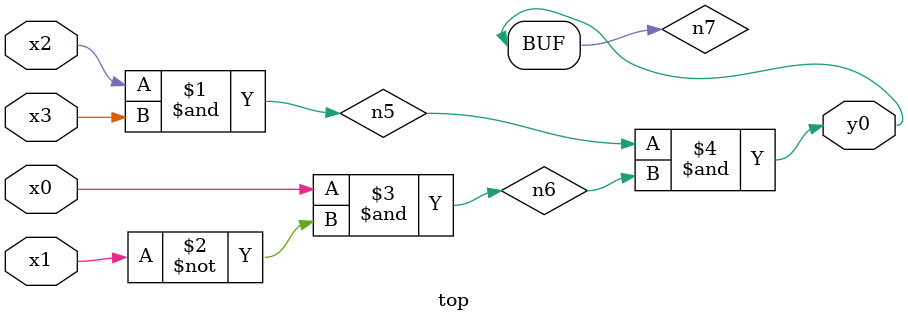
<source format=v>
module top( x0 , x1 , x2 , x3 , y0 );
  input x0 , x1 , x2 , x3 ;
  output y0 ;
  wire n5 , n6 , n7 ;
  assign n5 = x2 & x3 ;
  assign n6 = x0 & ~x1 ;
  assign n7 = n5 & n6 ;
  assign y0 = n7 ;
endmodule

</source>
